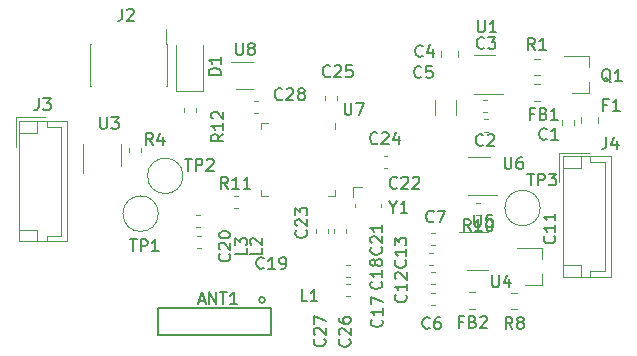
<source format=gbr>
G04 #@! TF.GenerationSoftware,KiCad,Pcbnew,5.1.4-3.fc30*
G04 #@! TF.CreationDate,2019-11-13T22:00:14+01:00*
G04 #@! TF.ProjectId,dpf_ressure_dumper,6470665f-7265-4737-9375-72655f64756d,rev?*
G04 #@! TF.SameCoordinates,Original*
G04 #@! TF.FileFunction,Legend,Top*
G04 #@! TF.FilePolarity,Positive*
%FSLAX46Y46*%
G04 Gerber Fmt 4.6, Leading zero omitted, Abs format (unit mm)*
G04 Created by KiCad (PCBNEW 5.1.4-3.fc30) date 2019-11-13 22:00:14*
%MOMM*%
%LPD*%
G04 APERTURE LIST*
%ADD10C,0.120000*%
%ADD11C,0.160000*%
%ADD12C,0.150000*%
G04 APERTURE END LIST*
D10*
X186227501Y-141988000D02*
X186553059Y-141988000D01*
X186227501Y-140968000D02*
X186553059Y-140968000D01*
X186212261Y-140179520D02*
X186537819Y-140179520D01*
X186212261Y-139159520D02*
X186537819Y-139159520D01*
X189596800Y-128515600D02*
X190996800Y-128515600D01*
X190996800Y-126195600D02*
X189096800Y-126195600D01*
X210881800Y-140630000D02*
X208431800Y-140630000D01*
X209081800Y-143850000D02*
X210881800Y-143850000D01*
X197928000Y-137053000D02*
X197928000Y-137603000D01*
X197928000Y-137603000D02*
X197378000Y-137603000D01*
X191708000Y-131933000D02*
X191708000Y-131383000D01*
X191708000Y-131383000D02*
X192258000Y-131383000D01*
X191708000Y-137053000D02*
X191708000Y-137603000D01*
X191708000Y-137603000D02*
X192258000Y-137603000D01*
X197928000Y-131933000D02*
X197928000Y-131383000D01*
D11*
X192531800Y-147071700D02*
X192531800Y-149371700D01*
X192531800Y-149371700D02*
X182981800Y-149371700D01*
X182981800Y-149371700D02*
X182981800Y-147071700D01*
X182981800Y-147071700D02*
X192531800Y-147071700D01*
X192005800Y-146364700D02*
G75*
G03X192005800Y-146364700I-250000J0D01*
G01*
D10*
X217117200Y-131172133D02*
X217117200Y-131514667D01*
X218137200Y-131172133D02*
X218137200Y-131514667D01*
X210906579Y-132107400D02*
X210581021Y-132107400D01*
X210906579Y-131087400D02*
X210581021Y-131087400D01*
X210788067Y-129436400D02*
X210445533Y-129436400D01*
X210788067Y-130456400D02*
X210445533Y-130456400D01*
X206909600Y-125785378D02*
X206909600Y-125268222D01*
X208329600Y-125785378D02*
X208329600Y-125268222D01*
X208224800Y-129471336D02*
X208224800Y-130675464D01*
X206404800Y-129471336D02*
X206404800Y-130675464D01*
X206410779Y-145743200D02*
X206085221Y-145743200D01*
X206410779Y-146763200D02*
X206085221Y-146763200D01*
X206410779Y-141683200D02*
X206085221Y-141683200D01*
X206410779Y-140663200D02*
X206085221Y-140663200D01*
X206385379Y-144016000D02*
X206059821Y-144016000D01*
X206385379Y-145036000D02*
X206059821Y-145036000D01*
X206241467Y-143385000D02*
X205898933Y-143385000D01*
X206241467Y-142365000D02*
X205898933Y-142365000D01*
X198846221Y-145006600D02*
X199171779Y-145006600D01*
X198846221Y-146026600D02*
X199171779Y-146026600D01*
X198871621Y-144401000D02*
X199197179Y-144401000D01*
X198871621Y-143381000D02*
X199197179Y-143381000D01*
X202046621Y-135206200D02*
X202372179Y-135206200D01*
X202046621Y-134186200D02*
X202372179Y-134186200D01*
X198122000Y-129123221D02*
X198122000Y-129448779D01*
X197102000Y-129123221D02*
X197102000Y-129448779D01*
X197889400Y-140726379D02*
X197889400Y-140400821D01*
X198909400Y-140726379D02*
X198909400Y-140400821D01*
X196365400Y-140726379D02*
X196365400Y-140400821D01*
X197385400Y-140726379D02*
X197385400Y-140400821D01*
X184513600Y-124790400D02*
X184513600Y-128675400D01*
X184513600Y-128675400D02*
X186783600Y-128675400D01*
X186783600Y-128675400D02*
X186783600Y-124790400D01*
X220191400Y-130853548D02*
X220191400Y-131376052D01*
X218771400Y-130853548D02*
X218771400Y-131376052D01*
X214777822Y-128118800D02*
X215294978Y-128118800D01*
X214777822Y-129538800D02*
X215294978Y-129538800D01*
X209833978Y-145721000D02*
X209316822Y-145721000D01*
X209833978Y-147141000D02*
X209316822Y-147141000D01*
X183702000Y-124727000D02*
X183702000Y-128257000D01*
X177232000Y-124727000D02*
X177232000Y-128257000D01*
X183637000Y-123402000D02*
X183637000Y-124727000D01*
X183702000Y-124727000D02*
X183637000Y-124727000D01*
X183702000Y-128257000D02*
X183637000Y-128257000D01*
X177297000Y-124727000D02*
X177232000Y-124727000D01*
X177297000Y-128257000D02*
X177232000Y-128257000D01*
X175242800Y-131197200D02*
X171222800Y-131197200D01*
X171222800Y-131197200D02*
X171222800Y-141417200D01*
X171222800Y-141417200D02*
X175242800Y-141417200D01*
X175242800Y-141417200D02*
X175242800Y-131197200D01*
X173532800Y-131197200D02*
X173532800Y-131697200D01*
X173532800Y-131697200D02*
X174742800Y-131697200D01*
X174742800Y-131697200D02*
X174742800Y-140917200D01*
X174742800Y-140917200D02*
X173532800Y-140917200D01*
X173532800Y-140917200D02*
X173532800Y-141417200D01*
X172722800Y-131197200D02*
X172722800Y-132197200D01*
X172722800Y-132197200D02*
X171222800Y-132197200D01*
X172722800Y-141417200D02*
X172722800Y-140417200D01*
X172722800Y-140417200D02*
X171222800Y-140417200D01*
X173422800Y-130897200D02*
X170922800Y-130897200D01*
X170922800Y-130897200D02*
X170922800Y-133397200D01*
X216947600Y-133919800D02*
X216947600Y-136419800D01*
X219447600Y-133919800D02*
X216947600Y-133919800D01*
X218747600Y-143439800D02*
X217247600Y-143439800D01*
X218747600Y-144439800D02*
X218747600Y-143439800D01*
X218747600Y-135219800D02*
X217247600Y-135219800D01*
X218747600Y-134219800D02*
X218747600Y-135219800D01*
X219557600Y-143939800D02*
X219557600Y-144439800D01*
X220767600Y-143939800D02*
X219557600Y-143939800D01*
X220767600Y-134719800D02*
X220767600Y-143939800D01*
X219557600Y-134719800D02*
X220767600Y-134719800D01*
X219557600Y-134219800D02*
X219557600Y-134719800D01*
X221267600Y-144439800D02*
X221267600Y-134219800D01*
X217247600Y-144439800D02*
X221267600Y-144439800D01*
X217247600Y-134219800D02*
X217247600Y-144439800D01*
X221267600Y-134219800D02*
X217247600Y-134219800D01*
X219479400Y-128859400D02*
X218019400Y-128859400D01*
X219479400Y-125699400D02*
X217319400Y-125699400D01*
X219479400Y-125699400D02*
X219479400Y-126629400D01*
X219479400Y-128859400D02*
X219479400Y-127929400D01*
X215269578Y-125934400D02*
X214752422Y-125934400D01*
X215269578Y-127354400D02*
X214752422Y-127354400D01*
X181510400Y-133492021D02*
X181510400Y-133817579D01*
X180490400Y-133492021D02*
X180490400Y-133817579D01*
X213389978Y-145746400D02*
X212872822Y-145746400D01*
X213389978Y-147166400D02*
X212872822Y-147166400D01*
X210220779Y-139168600D02*
X209895221Y-139168600D01*
X210220779Y-138148600D02*
X209895221Y-138148600D01*
X189397421Y-138559000D02*
X189722979Y-138559000D01*
X189397421Y-137539000D02*
X189722979Y-137539000D01*
X185138600Y-130139221D02*
X185138600Y-130464779D01*
X186158600Y-130139221D02*
X186158600Y-130464779D01*
X182983000Y-139065000D02*
G75*
G03X182983000Y-139065000I-1500000J0D01*
G01*
X185065800Y-135864600D02*
G75*
G03X185065800Y-135864600I-1500000J0D01*
G01*
X215317200Y-138582400D02*
G75*
G03X215317200Y-138582400I-1500000J0D01*
G01*
X211516800Y-125669400D02*
X209716800Y-125669400D01*
X209716800Y-128889400D02*
X212166800Y-128889400D01*
X176596400Y-133186600D02*
X176596400Y-135636600D01*
X179816400Y-134986600D02*
X179816400Y-133186600D01*
X215491600Y-145115400D02*
X215491600Y-144185400D01*
X215491600Y-141955400D02*
X215491600Y-142885400D01*
X215491600Y-141955400D02*
X213331600Y-141955400D01*
X215491600Y-145115400D02*
X214031600Y-145115400D01*
X211034200Y-134254600D02*
X209234200Y-134254600D01*
X209234200Y-137474600D02*
X211684200Y-137474600D01*
X199471600Y-137629200D02*
X199471600Y-136839200D01*
X199651600Y-138269200D02*
X199651600Y-138489200D01*
X201871600Y-138269200D02*
X201871600Y-138489200D01*
X200261600Y-136839200D02*
X199471600Y-136839200D01*
X191099221Y-129538000D02*
X191424779Y-129538000D01*
X191099221Y-130558000D02*
X191424779Y-130558000D01*
D12*
X189565375Y-124618500D02*
X189565375Y-125428024D01*
X189612994Y-125523262D01*
X189660613Y-125570881D01*
X189755851Y-125618500D01*
X189946327Y-125618500D01*
X190041565Y-125570881D01*
X190089184Y-125523262D01*
X190136803Y-125428024D01*
X190136803Y-124618500D01*
X190755851Y-125047072D02*
X190660613Y-124999453D01*
X190612994Y-124951834D01*
X190565375Y-124856596D01*
X190565375Y-124808977D01*
X190612994Y-124713739D01*
X190660613Y-124666120D01*
X190755851Y-124618500D01*
X190946327Y-124618500D01*
X191041565Y-124666120D01*
X191089184Y-124713739D01*
X191136803Y-124808977D01*
X191136803Y-124856596D01*
X191089184Y-124951834D01*
X191041565Y-124999453D01*
X190946327Y-125047072D01*
X190755851Y-125047072D01*
X190660613Y-125094691D01*
X190612994Y-125142310D01*
X190565375Y-125237548D01*
X190565375Y-125428024D01*
X190612994Y-125523262D01*
X190660613Y-125570881D01*
X190755851Y-125618500D01*
X190946327Y-125618500D01*
X191041565Y-125570881D01*
X191089184Y-125523262D01*
X191136803Y-125428024D01*
X191136803Y-125237548D01*
X191089184Y-125142310D01*
X191041565Y-125094691D01*
X190946327Y-125047072D01*
X209727895Y-139152380D02*
X209727895Y-139961904D01*
X209775514Y-140057142D01*
X209823133Y-140104761D01*
X209918371Y-140152380D01*
X210108847Y-140152380D01*
X210204085Y-140104761D01*
X210251704Y-140057142D01*
X210299323Y-139961904D01*
X210299323Y-139152380D01*
X211251704Y-139152380D02*
X210775514Y-139152380D01*
X210727895Y-139628571D01*
X210775514Y-139580952D01*
X210870752Y-139533333D01*
X211108847Y-139533333D01*
X211204085Y-139580952D01*
X211251704Y-139628571D01*
X211299323Y-139723809D01*
X211299323Y-139961904D01*
X211251704Y-140057142D01*
X211204085Y-140104761D01*
X211108847Y-140152380D01*
X210870752Y-140152380D01*
X210775514Y-140104761D01*
X210727895Y-140057142D01*
X198760175Y-129713740D02*
X198760175Y-130523264D01*
X198807794Y-130618502D01*
X198855413Y-130666121D01*
X198950651Y-130713740D01*
X199141127Y-130713740D01*
X199236365Y-130666121D01*
X199283984Y-130618502D01*
X199331603Y-130523264D01*
X199331603Y-129713740D01*
X199712556Y-129713740D02*
X200379222Y-129713740D01*
X199950651Y-130713740D01*
X186404452Y-146432566D02*
X186880642Y-146432566D01*
X186309214Y-146718280D02*
X186642547Y-145718280D01*
X186975880Y-146718280D01*
X187309214Y-146718280D02*
X187309214Y-145718280D01*
X187880642Y-146718280D01*
X187880642Y-145718280D01*
X188213976Y-145718280D02*
X188785404Y-145718280D01*
X188499690Y-146718280D02*
X188499690Y-145718280D01*
X189642547Y-146718280D02*
X189071119Y-146718280D01*
X189356833Y-146718280D02*
X189356833Y-145718280D01*
X189261595Y-145861138D01*
X189166357Y-145956376D01*
X189071119Y-146003995D01*
X215860333Y-132716542D02*
X215812714Y-132764161D01*
X215669857Y-132811780D01*
X215574619Y-132811780D01*
X215431761Y-132764161D01*
X215336523Y-132668923D01*
X215288904Y-132573685D01*
X215241285Y-132383209D01*
X215241285Y-132240352D01*
X215288904Y-132049876D01*
X215336523Y-131954638D01*
X215431761Y-131859400D01*
X215574619Y-131811780D01*
X215669857Y-131811780D01*
X215812714Y-131859400D01*
X215860333Y-131907019D01*
X216812714Y-132811780D02*
X216241285Y-132811780D01*
X216527000Y-132811780D02*
X216527000Y-131811780D01*
X216431761Y-131954638D01*
X216336523Y-132049876D01*
X216241285Y-132097495D01*
X210475533Y-133239782D02*
X210427914Y-133287401D01*
X210285057Y-133335020D01*
X210189819Y-133335020D01*
X210046961Y-133287401D01*
X209951723Y-133192163D01*
X209904104Y-133096925D01*
X209856485Y-132906449D01*
X209856485Y-132763592D01*
X209904104Y-132573116D01*
X209951723Y-132477878D01*
X210046961Y-132382640D01*
X210189819Y-132335020D01*
X210285057Y-132335020D01*
X210427914Y-132382640D01*
X210475533Y-132430259D01*
X210856485Y-132430259D02*
X210904104Y-132382640D01*
X210999342Y-132335020D01*
X211237438Y-132335020D01*
X211332676Y-132382640D01*
X211380295Y-132430259D01*
X211427914Y-132525497D01*
X211427914Y-132620735D01*
X211380295Y-132763592D01*
X210808866Y-133335020D01*
X211427914Y-133335020D01*
X210572053Y-125020342D02*
X210524434Y-125067961D01*
X210381577Y-125115580D01*
X210286339Y-125115580D01*
X210143481Y-125067961D01*
X210048243Y-124972723D01*
X210000624Y-124877485D01*
X209953005Y-124687009D01*
X209953005Y-124544152D01*
X210000624Y-124353676D01*
X210048243Y-124258438D01*
X210143481Y-124163200D01*
X210286339Y-124115580D01*
X210381577Y-124115580D01*
X210524434Y-124163200D01*
X210572053Y-124210819D01*
X210905386Y-124115580D02*
X211524434Y-124115580D01*
X211191100Y-124496533D01*
X211333958Y-124496533D01*
X211429196Y-124544152D01*
X211476815Y-124591771D01*
X211524434Y-124687009D01*
X211524434Y-124925104D01*
X211476815Y-125020342D01*
X211429196Y-125067961D01*
X211333958Y-125115580D01*
X211048243Y-125115580D01*
X210953005Y-125067961D01*
X210905386Y-125020342D01*
X205359973Y-125685822D02*
X205312354Y-125733441D01*
X205169497Y-125781060D01*
X205074259Y-125781060D01*
X204931401Y-125733441D01*
X204836163Y-125638203D01*
X204788544Y-125542965D01*
X204740925Y-125352489D01*
X204740925Y-125209632D01*
X204788544Y-125019156D01*
X204836163Y-124923918D01*
X204931401Y-124828680D01*
X205074259Y-124781060D01*
X205169497Y-124781060D01*
X205312354Y-124828680D01*
X205359973Y-124876299D01*
X206217116Y-125114394D02*
X206217116Y-125781060D01*
X205979020Y-124733441D02*
X205740925Y-125447727D01*
X206359973Y-125447727D01*
X205248213Y-127484142D02*
X205200594Y-127531761D01*
X205057737Y-127579380D01*
X204962499Y-127579380D01*
X204819641Y-127531761D01*
X204724403Y-127436523D01*
X204676784Y-127341285D01*
X204629165Y-127150809D01*
X204629165Y-127007952D01*
X204676784Y-126817476D01*
X204724403Y-126722238D01*
X204819641Y-126627000D01*
X204962499Y-126579380D01*
X205057737Y-126579380D01*
X205200594Y-126627000D01*
X205248213Y-126674619D01*
X206152975Y-126579380D02*
X205676784Y-126579380D01*
X205629165Y-127055571D01*
X205676784Y-127007952D01*
X205772022Y-126960333D01*
X206010118Y-126960333D01*
X206105356Y-127007952D01*
X206152975Y-127055571D01*
X206200594Y-127150809D01*
X206200594Y-127388904D01*
X206152975Y-127484142D01*
X206105356Y-127531761D01*
X206010118Y-127579380D01*
X205772022Y-127579380D01*
X205676784Y-127531761D01*
X205629165Y-127484142D01*
X205959413Y-148718542D02*
X205911794Y-148766161D01*
X205768937Y-148813780D01*
X205673699Y-148813780D01*
X205530841Y-148766161D01*
X205435603Y-148670923D01*
X205387984Y-148575685D01*
X205340365Y-148385209D01*
X205340365Y-148242352D01*
X205387984Y-148051876D01*
X205435603Y-147956638D01*
X205530841Y-147861400D01*
X205673699Y-147813780D01*
X205768937Y-147813780D01*
X205911794Y-147861400D01*
X205959413Y-147909019D01*
X206816556Y-147813780D02*
X206626080Y-147813780D01*
X206530841Y-147861400D01*
X206483222Y-147909019D01*
X206387984Y-148051876D01*
X206340365Y-148242352D01*
X206340365Y-148623304D01*
X206387984Y-148718542D01*
X206435603Y-148766161D01*
X206530841Y-148813780D01*
X206721318Y-148813780D01*
X206816556Y-148766161D01*
X206864175Y-148718542D01*
X206911794Y-148623304D01*
X206911794Y-148385209D01*
X206864175Y-148289971D01*
X206816556Y-148242352D01*
X206721318Y-148194733D01*
X206530841Y-148194733D01*
X206435603Y-148242352D01*
X206387984Y-148289971D01*
X206340365Y-148385209D01*
X206289613Y-139701542D02*
X206241994Y-139749161D01*
X206099137Y-139796780D01*
X206003899Y-139796780D01*
X205861041Y-139749161D01*
X205765803Y-139653923D01*
X205718184Y-139558685D01*
X205670565Y-139368209D01*
X205670565Y-139225352D01*
X205718184Y-139034876D01*
X205765803Y-138939638D01*
X205861041Y-138844400D01*
X206003899Y-138796780D01*
X206099137Y-138796780D01*
X206241994Y-138844400D01*
X206289613Y-138892019D01*
X206622946Y-138796780D02*
X207289613Y-138796780D01*
X206861041Y-139796780D01*
X216500982Y-140957537D02*
X216548601Y-141005156D01*
X216596220Y-141148013D01*
X216596220Y-141243251D01*
X216548601Y-141386108D01*
X216453363Y-141481346D01*
X216358125Y-141528965D01*
X216167649Y-141576584D01*
X216024792Y-141576584D01*
X215834316Y-141528965D01*
X215739078Y-141481346D01*
X215643840Y-141386108D01*
X215596220Y-141243251D01*
X215596220Y-141148013D01*
X215643840Y-141005156D01*
X215691459Y-140957537D01*
X216596220Y-140005156D02*
X216596220Y-140576584D01*
X216596220Y-140290870D02*
X215596220Y-140290870D01*
X215739078Y-140386108D01*
X215834316Y-140481346D01*
X215881935Y-140576584D01*
X216596220Y-139052775D02*
X216596220Y-139624203D01*
X216596220Y-139338489D02*
X215596220Y-139338489D01*
X215739078Y-139433727D01*
X215834316Y-139528965D01*
X215881935Y-139624203D01*
X203912742Y-145930857D02*
X203960361Y-145978476D01*
X204007980Y-146121333D01*
X204007980Y-146216571D01*
X203960361Y-146359428D01*
X203865123Y-146454666D01*
X203769885Y-146502285D01*
X203579409Y-146549904D01*
X203436552Y-146549904D01*
X203246076Y-146502285D01*
X203150838Y-146454666D01*
X203055600Y-146359428D01*
X203007980Y-146216571D01*
X203007980Y-146121333D01*
X203055600Y-145978476D01*
X203103219Y-145930857D01*
X204007980Y-144978476D02*
X204007980Y-145549904D01*
X204007980Y-145264190D02*
X203007980Y-145264190D01*
X203150838Y-145359428D01*
X203246076Y-145454666D01*
X203293695Y-145549904D01*
X203103219Y-144597523D02*
X203055600Y-144549904D01*
X203007980Y-144454666D01*
X203007980Y-144216571D01*
X203055600Y-144121333D01*
X203103219Y-144073714D01*
X203198457Y-144026095D01*
X203293695Y-144026095D01*
X203436552Y-144073714D01*
X204007980Y-144645142D01*
X204007980Y-144026095D01*
X203887342Y-143009857D02*
X203934961Y-143057476D01*
X203982580Y-143200333D01*
X203982580Y-143295571D01*
X203934961Y-143438428D01*
X203839723Y-143533666D01*
X203744485Y-143581285D01*
X203554009Y-143628904D01*
X203411152Y-143628904D01*
X203220676Y-143581285D01*
X203125438Y-143533666D01*
X203030200Y-143438428D01*
X202982580Y-143295571D01*
X202982580Y-143200333D01*
X203030200Y-143057476D01*
X203077819Y-143009857D01*
X203982580Y-142057476D02*
X203982580Y-142628904D01*
X203982580Y-142343190D02*
X202982580Y-142343190D01*
X203125438Y-142438428D01*
X203220676Y-142533666D01*
X203268295Y-142628904D01*
X202982580Y-141724142D02*
X202982580Y-141105095D01*
X203363533Y-141438428D01*
X203363533Y-141295571D01*
X203411152Y-141200333D01*
X203458771Y-141152714D01*
X203554009Y-141105095D01*
X203792104Y-141105095D01*
X203887342Y-141152714D01*
X203934961Y-141200333D01*
X203982580Y-141295571D01*
X203982580Y-141581285D01*
X203934961Y-141676523D01*
X203887342Y-141724142D01*
X201880742Y-148033977D02*
X201928361Y-148081596D01*
X201975980Y-148224453D01*
X201975980Y-148319691D01*
X201928361Y-148462548D01*
X201833123Y-148557786D01*
X201737885Y-148605405D01*
X201547409Y-148653024D01*
X201404552Y-148653024D01*
X201214076Y-148605405D01*
X201118838Y-148557786D01*
X201023600Y-148462548D01*
X200975980Y-148319691D01*
X200975980Y-148224453D01*
X201023600Y-148081596D01*
X201071219Y-148033977D01*
X201975980Y-147081596D02*
X201975980Y-147653024D01*
X201975980Y-147367310D02*
X200975980Y-147367310D01*
X201118838Y-147462548D01*
X201214076Y-147557786D01*
X201261695Y-147653024D01*
X200975980Y-146748262D02*
X200975980Y-146081596D01*
X201975980Y-146510167D01*
X201840102Y-144813257D02*
X201887721Y-144860876D01*
X201935340Y-145003733D01*
X201935340Y-145098971D01*
X201887721Y-145241828D01*
X201792483Y-145337066D01*
X201697245Y-145384685D01*
X201506769Y-145432304D01*
X201363912Y-145432304D01*
X201173436Y-145384685D01*
X201078198Y-145337066D01*
X200982960Y-145241828D01*
X200935340Y-145098971D01*
X200935340Y-145003733D01*
X200982960Y-144860876D01*
X201030579Y-144813257D01*
X201935340Y-143860876D02*
X201935340Y-144432304D01*
X201935340Y-144146590D02*
X200935340Y-144146590D01*
X201078198Y-144241828D01*
X201173436Y-144337066D01*
X201221055Y-144432304D01*
X201363912Y-143289447D02*
X201316293Y-143384685D01*
X201268674Y-143432304D01*
X201173436Y-143479923D01*
X201125817Y-143479923D01*
X201030579Y-143432304D01*
X200982960Y-143384685D01*
X200935340Y-143289447D01*
X200935340Y-143098971D01*
X200982960Y-143003733D01*
X201030579Y-142956114D01*
X201125817Y-142908495D01*
X201173436Y-142908495D01*
X201268674Y-142956114D01*
X201316293Y-143003733D01*
X201363912Y-143098971D01*
X201363912Y-143289447D01*
X201411531Y-143384685D01*
X201459150Y-143432304D01*
X201554388Y-143479923D01*
X201744864Y-143479923D01*
X201840102Y-143432304D01*
X201887721Y-143384685D01*
X201935340Y-143289447D01*
X201935340Y-143098971D01*
X201887721Y-143003733D01*
X201840102Y-142956114D01*
X201744864Y-142908495D01*
X201554388Y-142908495D01*
X201459150Y-142956114D01*
X201411531Y-143003733D01*
X201363912Y-143098971D01*
X191904382Y-143648702D02*
X191856763Y-143696321D01*
X191713906Y-143743940D01*
X191618668Y-143743940D01*
X191475811Y-143696321D01*
X191380573Y-143601083D01*
X191332954Y-143505845D01*
X191285335Y-143315369D01*
X191285335Y-143172512D01*
X191332954Y-142982036D01*
X191380573Y-142886798D01*
X191475811Y-142791560D01*
X191618668Y-142743940D01*
X191713906Y-142743940D01*
X191856763Y-142791560D01*
X191904382Y-142839179D01*
X192856763Y-143743940D02*
X192285335Y-143743940D01*
X192571049Y-143743940D02*
X192571049Y-142743940D01*
X192475811Y-142886798D01*
X192380573Y-142982036D01*
X192285335Y-143029655D01*
X193332954Y-143743940D02*
X193523430Y-143743940D01*
X193618668Y-143696321D01*
X193666287Y-143648702D01*
X193761525Y-143505845D01*
X193809144Y-143315369D01*
X193809144Y-142934417D01*
X193761525Y-142839179D01*
X193713906Y-142791560D01*
X193618668Y-142743940D01*
X193428192Y-142743940D01*
X193332954Y-142791560D01*
X193285335Y-142839179D01*
X193237716Y-142934417D01*
X193237716Y-143172512D01*
X193285335Y-143267750D01*
X193332954Y-143315369D01*
X193428192Y-143362988D01*
X193618668Y-143362988D01*
X193713906Y-143315369D01*
X193761525Y-143267750D01*
X193809144Y-143172512D01*
X188992782Y-142471377D02*
X189040401Y-142518996D01*
X189088020Y-142661853D01*
X189088020Y-142757091D01*
X189040401Y-142899948D01*
X188945163Y-142995186D01*
X188849925Y-143042805D01*
X188659449Y-143090424D01*
X188516592Y-143090424D01*
X188326116Y-143042805D01*
X188230878Y-142995186D01*
X188135640Y-142899948D01*
X188088020Y-142757091D01*
X188088020Y-142661853D01*
X188135640Y-142518996D01*
X188183259Y-142471377D01*
X188183259Y-142090424D02*
X188135640Y-142042805D01*
X188088020Y-141947567D01*
X188088020Y-141709472D01*
X188135640Y-141614234D01*
X188183259Y-141566615D01*
X188278497Y-141518996D01*
X188373735Y-141518996D01*
X188516592Y-141566615D01*
X189088020Y-142138043D01*
X189088020Y-141518996D01*
X188088020Y-140899948D02*
X188088020Y-140804710D01*
X188135640Y-140709472D01*
X188183259Y-140661853D01*
X188278497Y-140614234D01*
X188468973Y-140566615D01*
X188707068Y-140566615D01*
X188897544Y-140614234D01*
X188992782Y-140661853D01*
X189040401Y-140709472D01*
X189088020Y-140804710D01*
X189088020Y-140899948D01*
X189040401Y-140995186D01*
X188992782Y-141042805D01*
X188897544Y-141090424D01*
X188707068Y-141138043D01*
X188468973Y-141138043D01*
X188278497Y-141090424D01*
X188183259Y-141042805D01*
X188135640Y-140995186D01*
X188088020Y-140899948D01*
X201850262Y-141907497D02*
X201897881Y-141955116D01*
X201945500Y-142097973D01*
X201945500Y-142193211D01*
X201897881Y-142336068D01*
X201802643Y-142431306D01*
X201707405Y-142478925D01*
X201516929Y-142526544D01*
X201374072Y-142526544D01*
X201183596Y-142478925D01*
X201088358Y-142431306D01*
X200993120Y-142336068D01*
X200945500Y-142193211D01*
X200945500Y-142097973D01*
X200993120Y-141955116D01*
X201040739Y-141907497D01*
X201040739Y-141526544D02*
X200993120Y-141478925D01*
X200945500Y-141383687D01*
X200945500Y-141145592D01*
X200993120Y-141050354D01*
X201040739Y-141002735D01*
X201135977Y-140955116D01*
X201231215Y-140955116D01*
X201374072Y-141002735D01*
X201945500Y-141574163D01*
X201945500Y-140955116D01*
X201945500Y-140002735D02*
X201945500Y-140574163D01*
X201945500Y-140288449D02*
X200945500Y-140288449D01*
X201088358Y-140383687D01*
X201183596Y-140478925D01*
X201231215Y-140574163D01*
X203176902Y-136851662D02*
X203129283Y-136899281D01*
X202986426Y-136946900D01*
X202891188Y-136946900D01*
X202748331Y-136899281D01*
X202653093Y-136804043D01*
X202605474Y-136708805D01*
X202557855Y-136518329D01*
X202557855Y-136375472D01*
X202605474Y-136184996D01*
X202653093Y-136089758D01*
X202748331Y-135994520D01*
X202891188Y-135946900D01*
X202986426Y-135946900D01*
X203129283Y-135994520D01*
X203176902Y-136042139D01*
X203557855Y-136042139D02*
X203605474Y-135994520D01*
X203700712Y-135946900D01*
X203938807Y-135946900D01*
X204034045Y-135994520D01*
X204081664Y-136042139D01*
X204129283Y-136137377D01*
X204129283Y-136232615D01*
X204081664Y-136375472D01*
X203510236Y-136946900D01*
X204129283Y-136946900D01*
X204510236Y-136042139D02*
X204557855Y-135994520D01*
X204653093Y-135946900D01*
X204891188Y-135946900D01*
X204986426Y-135994520D01*
X205034045Y-136042139D01*
X205081664Y-136137377D01*
X205081664Y-136232615D01*
X205034045Y-136375472D01*
X204462617Y-136946900D01*
X205081664Y-136946900D01*
X195490102Y-140474937D02*
X195537721Y-140522556D01*
X195585340Y-140665413D01*
X195585340Y-140760651D01*
X195537721Y-140903508D01*
X195442483Y-140998746D01*
X195347245Y-141046365D01*
X195156769Y-141093984D01*
X195013912Y-141093984D01*
X194823436Y-141046365D01*
X194728198Y-140998746D01*
X194632960Y-140903508D01*
X194585340Y-140760651D01*
X194585340Y-140665413D01*
X194632960Y-140522556D01*
X194680579Y-140474937D01*
X194680579Y-140093984D02*
X194632960Y-140046365D01*
X194585340Y-139951127D01*
X194585340Y-139713032D01*
X194632960Y-139617794D01*
X194680579Y-139570175D01*
X194775817Y-139522556D01*
X194871055Y-139522556D01*
X195013912Y-139570175D01*
X195585340Y-140141603D01*
X195585340Y-139522556D01*
X194585340Y-139189222D02*
X194585340Y-138570175D01*
X194966293Y-138903508D01*
X194966293Y-138760651D01*
X195013912Y-138665413D01*
X195061531Y-138617794D01*
X195156769Y-138570175D01*
X195394864Y-138570175D01*
X195490102Y-138617794D01*
X195537721Y-138665413D01*
X195585340Y-138760651D01*
X195585340Y-139046365D01*
X195537721Y-139141603D01*
X195490102Y-139189222D01*
X201525902Y-133082302D02*
X201478283Y-133129921D01*
X201335426Y-133177540D01*
X201240188Y-133177540D01*
X201097331Y-133129921D01*
X201002093Y-133034683D01*
X200954474Y-132939445D01*
X200906855Y-132748969D01*
X200906855Y-132606112D01*
X200954474Y-132415636D01*
X201002093Y-132320398D01*
X201097331Y-132225160D01*
X201240188Y-132177540D01*
X201335426Y-132177540D01*
X201478283Y-132225160D01*
X201525902Y-132272779D01*
X201906855Y-132272779D02*
X201954474Y-132225160D01*
X202049712Y-132177540D01*
X202287807Y-132177540D01*
X202383045Y-132225160D01*
X202430664Y-132272779D01*
X202478283Y-132368017D01*
X202478283Y-132463255D01*
X202430664Y-132606112D01*
X201859236Y-133177540D01*
X202478283Y-133177540D01*
X203335426Y-132510874D02*
X203335426Y-133177540D01*
X203097331Y-132129921D02*
X202859236Y-132844207D01*
X203478283Y-132844207D01*
X197522862Y-127407942D02*
X197475243Y-127455561D01*
X197332386Y-127503180D01*
X197237148Y-127503180D01*
X197094291Y-127455561D01*
X196999053Y-127360323D01*
X196951434Y-127265085D01*
X196903815Y-127074609D01*
X196903815Y-126931752D01*
X196951434Y-126741276D01*
X196999053Y-126646038D01*
X197094291Y-126550800D01*
X197237148Y-126503180D01*
X197332386Y-126503180D01*
X197475243Y-126550800D01*
X197522862Y-126598419D01*
X197903815Y-126598419D02*
X197951434Y-126550800D01*
X198046672Y-126503180D01*
X198284767Y-126503180D01*
X198380005Y-126550800D01*
X198427624Y-126598419D01*
X198475243Y-126693657D01*
X198475243Y-126788895D01*
X198427624Y-126931752D01*
X197856196Y-127503180D01*
X198475243Y-127503180D01*
X199380005Y-126503180D02*
X198903815Y-126503180D01*
X198856196Y-126979371D01*
X198903815Y-126931752D01*
X198999053Y-126884133D01*
X199237148Y-126884133D01*
X199332386Y-126931752D01*
X199380005Y-126979371D01*
X199427624Y-127074609D01*
X199427624Y-127312704D01*
X199380005Y-127407942D01*
X199332386Y-127455561D01*
X199237148Y-127503180D01*
X198999053Y-127503180D01*
X198903815Y-127455561D01*
X198856196Y-127407942D01*
X199157862Y-149700217D02*
X199205481Y-149747836D01*
X199253100Y-149890693D01*
X199253100Y-149985931D01*
X199205481Y-150128788D01*
X199110243Y-150224026D01*
X199015005Y-150271645D01*
X198824529Y-150319264D01*
X198681672Y-150319264D01*
X198491196Y-150271645D01*
X198395958Y-150224026D01*
X198300720Y-150128788D01*
X198253100Y-149985931D01*
X198253100Y-149890693D01*
X198300720Y-149747836D01*
X198348339Y-149700217D01*
X198348339Y-149319264D02*
X198300720Y-149271645D01*
X198253100Y-149176407D01*
X198253100Y-148938312D01*
X198300720Y-148843074D01*
X198348339Y-148795455D01*
X198443577Y-148747836D01*
X198538815Y-148747836D01*
X198681672Y-148795455D01*
X199253100Y-149366883D01*
X199253100Y-148747836D01*
X198253100Y-147890693D02*
X198253100Y-148081169D01*
X198300720Y-148176407D01*
X198348339Y-148224026D01*
X198491196Y-148319264D01*
X198681672Y-148366883D01*
X199062624Y-148366883D01*
X199157862Y-148319264D01*
X199205481Y-148271645D01*
X199253100Y-148176407D01*
X199253100Y-147985931D01*
X199205481Y-147890693D01*
X199157862Y-147843074D01*
X199062624Y-147795455D01*
X198824529Y-147795455D01*
X198729291Y-147843074D01*
X198681672Y-147890693D01*
X198634053Y-147985931D01*
X198634053Y-148176407D01*
X198681672Y-148271645D01*
X198729291Y-148319264D01*
X198824529Y-148366883D01*
X197049662Y-149679897D02*
X197097281Y-149727516D01*
X197144900Y-149870373D01*
X197144900Y-149965611D01*
X197097281Y-150108468D01*
X197002043Y-150203706D01*
X196906805Y-150251325D01*
X196716329Y-150298944D01*
X196573472Y-150298944D01*
X196382996Y-150251325D01*
X196287758Y-150203706D01*
X196192520Y-150108468D01*
X196144900Y-149965611D01*
X196144900Y-149870373D01*
X196192520Y-149727516D01*
X196240139Y-149679897D01*
X196240139Y-149298944D02*
X196192520Y-149251325D01*
X196144900Y-149156087D01*
X196144900Y-148917992D01*
X196192520Y-148822754D01*
X196240139Y-148775135D01*
X196335377Y-148727516D01*
X196430615Y-148727516D01*
X196573472Y-148775135D01*
X197144900Y-149346563D01*
X197144900Y-148727516D01*
X196144900Y-148394182D02*
X196144900Y-147727516D01*
X197144900Y-148156087D01*
X188249820Y-127306295D02*
X187249820Y-127306295D01*
X187249820Y-127068200D01*
X187297440Y-126925342D01*
X187392678Y-126830104D01*
X187487916Y-126782485D01*
X187678392Y-126734866D01*
X187821249Y-126734866D01*
X188011725Y-126782485D01*
X188106963Y-126830104D01*
X188202201Y-126925342D01*
X188249820Y-127068200D01*
X188249820Y-127306295D01*
X188249820Y-125782485D02*
X188249820Y-126353914D01*
X188249820Y-126068200D02*
X187249820Y-126068200D01*
X187392678Y-126163438D01*
X187487916Y-126258676D01*
X187535535Y-126353914D01*
X221002266Y-129839411D02*
X220668933Y-129839411D01*
X220668933Y-130363220D02*
X220668933Y-129363220D01*
X221145123Y-129363220D01*
X222049885Y-130363220D02*
X221478457Y-130363220D01*
X221764171Y-130363220D02*
X221764171Y-129363220D01*
X221668933Y-129506078D01*
X221573695Y-129601316D01*
X221478457Y-129648935D01*
X214751706Y-130601411D02*
X214418373Y-130601411D01*
X214418373Y-131125220D02*
X214418373Y-130125220D01*
X214894563Y-130125220D01*
X215608849Y-130601411D02*
X215751706Y-130649030D01*
X215799325Y-130696649D01*
X215846944Y-130791887D01*
X215846944Y-130934744D01*
X215799325Y-131029982D01*
X215751706Y-131077601D01*
X215656468Y-131125220D01*
X215275516Y-131125220D01*
X215275516Y-130125220D01*
X215608849Y-130125220D01*
X215704087Y-130172840D01*
X215751706Y-130220459D01*
X215799325Y-130315697D01*
X215799325Y-130410935D01*
X215751706Y-130506173D01*
X215704087Y-130553792D01*
X215608849Y-130601411D01*
X215275516Y-130601411D01*
X216799325Y-131125220D02*
X216227897Y-131125220D01*
X216513611Y-131125220D02*
X216513611Y-130125220D01*
X216418373Y-130268078D01*
X216323135Y-130363316D01*
X216227897Y-130410935D01*
X208747146Y-148218851D02*
X208413813Y-148218851D01*
X208413813Y-148742660D02*
X208413813Y-147742660D01*
X208890003Y-147742660D01*
X209604289Y-148218851D02*
X209747146Y-148266470D01*
X209794765Y-148314089D01*
X209842384Y-148409327D01*
X209842384Y-148552184D01*
X209794765Y-148647422D01*
X209747146Y-148695041D01*
X209651908Y-148742660D01*
X209270956Y-148742660D01*
X209270956Y-147742660D01*
X209604289Y-147742660D01*
X209699527Y-147790280D01*
X209747146Y-147837899D01*
X209794765Y-147933137D01*
X209794765Y-148028375D01*
X209747146Y-148123613D01*
X209699527Y-148171232D01*
X209604289Y-148218851D01*
X209270956Y-148218851D01*
X210223337Y-147837899D02*
X210270956Y-147790280D01*
X210366194Y-147742660D01*
X210604289Y-147742660D01*
X210699527Y-147790280D01*
X210747146Y-147837899D01*
X210794765Y-147933137D01*
X210794765Y-148028375D01*
X210747146Y-148171232D01*
X210175718Y-148742660D01*
X210794765Y-148742660D01*
X179915226Y-121712740D02*
X179915226Y-122427026D01*
X179867607Y-122569883D01*
X179772369Y-122665121D01*
X179629512Y-122712740D01*
X179534274Y-122712740D01*
X180343798Y-121807979D02*
X180391417Y-121760360D01*
X180486655Y-121712740D01*
X180724750Y-121712740D01*
X180819988Y-121760360D01*
X180867607Y-121807979D01*
X180915226Y-121903217D01*
X180915226Y-121998455D01*
X180867607Y-122141312D01*
X180296179Y-122712740D01*
X180915226Y-122712740D01*
X172854026Y-129292100D02*
X172854026Y-130006386D01*
X172806407Y-130149243D01*
X172711169Y-130244481D01*
X172568312Y-130292100D01*
X172473074Y-130292100D01*
X173234979Y-129292100D02*
X173854026Y-129292100D01*
X173520693Y-129673053D01*
X173663550Y-129673053D01*
X173758788Y-129720672D01*
X173806407Y-129768291D01*
X173854026Y-129863529D01*
X173854026Y-130101624D01*
X173806407Y-130196862D01*
X173758788Y-130244481D01*
X173663550Y-130292100D01*
X173377836Y-130292100D01*
X173282598Y-130244481D01*
X173234979Y-130196862D01*
X220920986Y-132589020D02*
X220920986Y-133303306D01*
X220873367Y-133446163D01*
X220778129Y-133541401D01*
X220635272Y-133589020D01*
X220540034Y-133589020D01*
X221825748Y-132922354D02*
X221825748Y-133589020D01*
X221587653Y-132541401D02*
X221349558Y-133255687D01*
X221968605Y-133255687D01*
X195601293Y-146456660D02*
X195125102Y-146456660D01*
X195125102Y-145456660D01*
X196458436Y-146456660D02*
X195887007Y-146456660D01*
X196172721Y-146456660D02*
X196172721Y-145456660D01*
X196077483Y-145599518D01*
X195982245Y-145694756D01*
X195887007Y-145742375D01*
X191744860Y-141979946D02*
X191744860Y-142456137D01*
X190744860Y-142456137D01*
X190840099Y-141694232D02*
X190792480Y-141646613D01*
X190744860Y-141551375D01*
X190744860Y-141313280D01*
X190792480Y-141218041D01*
X190840099Y-141170422D01*
X190935337Y-141122803D01*
X191030575Y-141122803D01*
X191173432Y-141170422D01*
X191744860Y-141741851D01*
X191744860Y-141122803D01*
X190474860Y-141995186D02*
X190474860Y-142471377D01*
X189474860Y-142471377D01*
X189474860Y-141757091D02*
X189474860Y-141138043D01*
X189855813Y-141471377D01*
X189855813Y-141328520D01*
X189903432Y-141233281D01*
X189951051Y-141185662D01*
X190046289Y-141138043D01*
X190284384Y-141138043D01*
X190379622Y-141185662D01*
X190427241Y-141233281D01*
X190474860Y-141328520D01*
X190474860Y-141614234D01*
X190427241Y-141709472D01*
X190379622Y-141757091D01*
X221296241Y-127928619D02*
X221201003Y-127881000D01*
X221105765Y-127785761D01*
X220962908Y-127642904D01*
X220867670Y-127595285D01*
X220772432Y-127595285D01*
X220820051Y-127833380D02*
X220724813Y-127785761D01*
X220629575Y-127690523D01*
X220581956Y-127500047D01*
X220581956Y-127166714D01*
X220629575Y-126976238D01*
X220724813Y-126881000D01*
X220820051Y-126833380D01*
X221010527Y-126833380D01*
X221105765Y-126881000D01*
X221201003Y-126976238D01*
X221248622Y-127166714D01*
X221248622Y-127500047D01*
X221201003Y-127690523D01*
X221105765Y-127785761D01*
X221010527Y-127833380D01*
X220820051Y-127833380D01*
X222201003Y-127833380D02*
X221629575Y-127833380D01*
X221915289Y-127833380D02*
X221915289Y-126833380D01*
X221820051Y-126976238D01*
X221724813Y-127071476D01*
X221629575Y-127119095D01*
X214844333Y-125191780D02*
X214511000Y-124715590D01*
X214272904Y-125191780D02*
X214272904Y-124191780D01*
X214653857Y-124191780D01*
X214749095Y-124239400D01*
X214796714Y-124287019D01*
X214844333Y-124382257D01*
X214844333Y-124525114D01*
X214796714Y-124620352D01*
X214749095Y-124667971D01*
X214653857Y-124715590D01*
X214272904Y-124715590D01*
X215796714Y-125191780D02*
X215225285Y-125191780D01*
X215511000Y-125191780D02*
X215511000Y-124191780D01*
X215415761Y-124334638D01*
X215320523Y-124429876D01*
X215225285Y-124477495D01*
X182515213Y-133248660D02*
X182181880Y-132772470D01*
X181943784Y-133248660D02*
X181943784Y-132248660D01*
X182324737Y-132248660D01*
X182419975Y-132296280D01*
X182467594Y-132343899D01*
X182515213Y-132439137D01*
X182515213Y-132581994D01*
X182467594Y-132677232D01*
X182419975Y-132724851D01*
X182324737Y-132772470D01*
X181943784Y-132772470D01*
X183372356Y-132581994D02*
X183372356Y-133248660D01*
X183134260Y-132201041D02*
X182896165Y-132915327D01*
X183515213Y-132915327D01*
X212964733Y-148813780D02*
X212631400Y-148337590D01*
X212393304Y-148813780D02*
X212393304Y-147813780D01*
X212774257Y-147813780D01*
X212869495Y-147861400D01*
X212917114Y-147909019D01*
X212964733Y-148004257D01*
X212964733Y-148147114D01*
X212917114Y-148242352D01*
X212869495Y-148289971D01*
X212774257Y-148337590D01*
X212393304Y-148337590D01*
X213536161Y-148242352D02*
X213440923Y-148194733D01*
X213393304Y-148147114D01*
X213345685Y-148051876D01*
X213345685Y-148004257D01*
X213393304Y-147909019D01*
X213440923Y-147861400D01*
X213536161Y-147813780D01*
X213726638Y-147813780D01*
X213821876Y-147861400D01*
X213869495Y-147909019D01*
X213917114Y-148004257D01*
X213917114Y-148051876D01*
X213869495Y-148147114D01*
X213821876Y-148194733D01*
X213726638Y-148242352D01*
X213536161Y-148242352D01*
X213440923Y-148289971D01*
X213393304Y-148337590D01*
X213345685Y-148432828D01*
X213345685Y-148623304D01*
X213393304Y-148718542D01*
X213440923Y-148766161D01*
X213536161Y-148813780D01*
X213726638Y-148813780D01*
X213821876Y-148766161D01*
X213869495Y-148718542D01*
X213917114Y-148623304D01*
X213917114Y-148432828D01*
X213869495Y-148337590D01*
X213821876Y-148289971D01*
X213726638Y-148242352D01*
X209415142Y-140540980D02*
X209081809Y-140064790D01*
X208843714Y-140540980D02*
X208843714Y-139540980D01*
X209224666Y-139540980D01*
X209319904Y-139588600D01*
X209367523Y-139636219D01*
X209415142Y-139731457D01*
X209415142Y-139874314D01*
X209367523Y-139969552D01*
X209319904Y-140017171D01*
X209224666Y-140064790D01*
X208843714Y-140064790D01*
X210367523Y-140540980D02*
X209796095Y-140540980D01*
X210081809Y-140540980D02*
X210081809Y-139540980D01*
X209986571Y-139683838D01*
X209891333Y-139779076D01*
X209796095Y-139826695D01*
X210986571Y-139540980D02*
X211081809Y-139540980D01*
X211177047Y-139588600D01*
X211224666Y-139636219D01*
X211272285Y-139731457D01*
X211319904Y-139921933D01*
X211319904Y-140160028D01*
X211272285Y-140350504D01*
X211224666Y-140445742D01*
X211177047Y-140493361D01*
X211081809Y-140540980D01*
X210986571Y-140540980D01*
X210891333Y-140493361D01*
X210843714Y-140445742D01*
X210796095Y-140350504D01*
X210748476Y-140160028D01*
X210748476Y-139921933D01*
X210796095Y-139731457D01*
X210843714Y-139636219D01*
X210891333Y-139588600D01*
X210986571Y-139540980D01*
X188876702Y-136967220D02*
X188543369Y-136491030D01*
X188305274Y-136967220D02*
X188305274Y-135967220D01*
X188686226Y-135967220D01*
X188781464Y-136014840D01*
X188829083Y-136062459D01*
X188876702Y-136157697D01*
X188876702Y-136300554D01*
X188829083Y-136395792D01*
X188781464Y-136443411D01*
X188686226Y-136491030D01*
X188305274Y-136491030D01*
X189829083Y-136967220D02*
X189257655Y-136967220D01*
X189543369Y-136967220D02*
X189543369Y-135967220D01*
X189448131Y-136110078D01*
X189352893Y-136205316D01*
X189257655Y-136252935D01*
X190781464Y-136967220D02*
X190210036Y-136967220D01*
X190495750Y-136967220D02*
X190495750Y-135967220D01*
X190400512Y-136110078D01*
X190305274Y-136205316D01*
X190210036Y-136252935D01*
X188483500Y-132321537D02*
X188007310Y-132654870D01*
X188483500Y-132892965D02*
X187483500Y-132892965D01*
X187483500Y-132512013D01*
X187531120Y-132416775D01*
X187578739Y-132369156D01*
X187673977Y-132321537D01*
X187816834Y-132321537D01*
X187912072Y-132369156D01*
X187959691Y-132416775D01*
X188007310Y-132512013D01*
X188007310Y-132892965D01*
X188483500Y-131369156D02*
X188483500Y-131940584D01*
X188483500Y-131654870D02*
X187483500Y-131654870D01*
X187626358Y-131750108D01*
X187721596Y-131845346D01*
X187769215Y-131940584D01*
X187578739Y-130988203D02*
X187531120Y-130940584D01*
X187483500Y-130845346D01*
X187483500Y-130607251D01*
X187531120Y-130512013D01*
X187578739Y-130464394D01*
X187673977Y-130416775D01*
X187769215Y-130416775D01*
X187912072Y-130464394D01*
X188483500Y-131035822D01*
X188483500Y-130416775D01*
X180591935Y-141245340D02*
X181163363Y-141245340D01*
X180877649Y-142245340D02*
X180877649Y-141245340D01*
X181496697Y-142245340D02*
X181496697Y-141245340D01*
X181877649Y-141245340D01*
X181972887Y-141292960D01*
X182020506Y-141340579D01*
X182068125Y-141435817D01*
X182068125Y-141578674D01*
X182020506Y-141673912D01*
X181972887Y-141721531D01*
X181877649Y-141769150D01*
X181496697Y-141769150D01*
X183020506Y-142245340D02*
X182449078Y-142245340D01*
X182734792Y-142245340D02*
X182734792Y-141245340D01*
X182639554Y-141388198D01*
X182544316Y-141483436D01*
X182449078Y-141531055D01*
X185224895Y-134427980D02*
X185796323Y-134427980D01*
X185510609Y-135427980D02*
X185510609Y-134427980D01*
X186129657Y-135427980D02*
X186129657Y-134427980D01*
X186510609Y-134427980D01*
X186605847Y-134475600D01*
X186653466Y-134523219D01*
X186701085Y-134618457D01*
X186701085Y-134761314D01*
X186653466Y-134856552D01*
X186605847Y-134904171D01*
X186510609Y-134951790D01*
X186129657Y-134951790D01*
X187082038Y-134523219D02*
X187129657Y-134475600D01*
X187224895Y-134427980D01*
X187462990Y-134427980D01*
X187558228Y-134475600D01*
X187605847Y-134523219D01*
X187653466Y-134618457D01*
X187653466Y-134713695D01*
X187605847Y-134856552D01*
X187034419Y-135427980D01*
X187653466Y-135427980D01*
X214236775Y-135672580D02*
X214808203Y-135672580D01*
X214522489Y-136672580D02*
X214522489Y-135672580D01*
X215141537Y-136672580D02*
X215141537Y-135672580D01*
X215522489Y-135672580D01*
X215617727Y-135720200D01*
X215665346Y-135767819D01*
X215712965Y-135863057D01*
X215712965Y-136005914D01*
X215665346Y-136101152D01*
X215617727Y-136148771D01*
X215522489Y-136196390D01*
X215141537Y-136196390D01*
X216046299Y-135672580D02*
X216665346Y-135672580D01*
X216332013Y-136053533D01*
X216474870Y-136053533D01*
X216570108Y-136101152D01*
X216617727Y-136148771D01*
X216665346Y-136244009D01*
X216665346Y-136482104D01*
X216617727Y-136577342D01*
X216570108Y-136624961D01*
X216474870Y-136672580D01*
X216189156Y-136672580D01*
X216093918Y-136624961D01*
X216046299Y-136577342D01*
X210032695Y-122698260D02*
X210032695Y-123507784D01*
X210080314Y-123603022D01*
X210127933Y-123650641D01*
X210223171Y-123698260D01*
X210413647Y-123698260D01*
X210508885Y-123650641D01*
X210556504Y-123603022D01*
X210604123Y-123507784D01*
X210604123Y-122698260D01*
X211604123Y-123698260D02*
X211032695Y-123698260D01*
X211318409Y-123698260D02*
X211318409Y-122698260D01*
X211223171Y-122841118D01*
X211127933Y-122936356D01*
X211032695Y-122983975D01*
X178038855Y-130892300D02*
X178038855Y-131701824D01*
X178086474Y-131797062D01*
X178134093Y-131844681D01*
X178229331Y-131892300D01*
X178419807Y-131892300D01*
X178515045Y-131844681D01*
X178562664Y-131797062D01*
X178610283Y-131701824D01*
X178610283Y-130892300D01*
X178991236Y-130892300D02*
X179610283Y-130892300D01*
X179276950Y-131273253D01*
X179419807Y-131273253D01*
X179515045Y-131320872D01*
X179562664Y-131368491D01*
X179610283Y-131463729D01*
X179610283Y-131701824D01*
X179562664Y-131797062D01*
X179515045Y-131844681D01*
X179419807Y-131892300D01*
X179134093Y-131892300D01*
X179038855Y-131844681D01*
X178991236Y-131797062D01*
X211236655Y-144293340D02*
X211236655Y-145102864D01*
X211284274Y-145198102D01*
X211331893Y-145245721D01*
X211427131Y-145293340D01*
X211617607Y-145293340D01*
X211712845Y-145245721D01*
X211760464Y-145198102D01*
X211808083Y-145102864D01*
X211808083Y-144293340D01*
X212712845Y-144626674D02*
X212712845Y-145293340D01*
X212474750Y-144245721D02*
X212236655Y-144960007D01*
X212855702Y-144960007D01*
X212303455Y-134270500D02*
X212303455Y-135080024D01*
X212351074Y-135175262D01*
X212398693Y-135222881D01*
X212493931Y-135270500D01*
X212684407Y-135270500D01*
X212779645Y-135222881D01*
X212827264Y-135175262D01*
X212874883Y-135080024D01*
X212874883Y-134270500D01*
X213779645Y-134270500D02*
X213589169Y-134270500D01*
X213493931Y-134318120D01*
X213446312Y-134365739D01*
X213351074Y-134508596D01*
X213303455Y-134699072D01*
X213303455Y-135080024D01*
X213351074Y-135175262D01*
X213398693Y-135222881D01*
X213493931Y-135270500D01*
X213684407Y-135270500D01*
X213779645Y-135222881D01*
X213827264Y-135175262D01*
X213874883Y-135080024D01*
X213874883Y-134841929D01*
X213827264Y-134746691D01*
X213779645Y-134699072D01*
X213684407Y-134651453D01*
X213493931Y-134651453D01*
X213398693Y-134699072D01*
X213351074Y-134746691D01*
X213303455Y-134841929D01*
X202876209Y-138497630D02*
X202876209Y-138973820D01*
X202542876Y-137973820D02*
X202876209Y-138497630D01*
X203209542Y-137973820D01*
X204066685Y-138973820D02*
X203495257Y-138973820D01*
X203780971Y-138973820D02*
X203780971Y-137973820D01*
X203685733Y-138116678D01*
X203590495Y-138211916D01*
X203495257Y-138259535D01*
X193469022Y-129353582D02*
X193421403Y-129401201D01*
X193278546Y-129448820D01*
X193183308Y-129448820D01*
X193040451Y-129401201D01*
X192945213Y-129305963D01*
X192897594Y-129210725D01*
X192849975Y-129020249D01*
X192849975Y-128877392D01*
X192897594Y-128686916D01*
X192945213Y-128591678D01*
X193040451Y-128496440D01*
X193183308Y-128448820D01*
X193278546Y-128448820D01*
X193421403Y-128496440D01*
X193469022Y-128544059D01*
X193849975Y-128544059D02*
X193897594Y-128496440D01*
X193992832Y-128448820D01*
X194230927Y-128448820D01*
X194326165Y-128496440D01*
X194373784Y-128544059D01*
X194421403Y-128639297D01*
X194421403Y-128734535D01*
X194373784Y-128877392D01*
X193802356Y-129448820D01*
X194421403Y-129448820D01*
X194992832Y-128877392D02*
X194897594Y-128829773D01*
X194849975Y-128782154D01*
X194802356Y-128686916D01*
X194802356Y-128639297D01*
X194849975Y-128544059D01*
X194897594Y-128496440D01*
X194992832Y-128448820D01*
X195183308Y-128448820D01*
X195278546Y-128496440D01*
X195326165Y-128544059D01*
X195373784Y-128639297D01*
X195373784Y-128686916D01*
X195326165Y-128782154D01*
X195278546Y-128829773D01*
X195183308Y-128877392D01*
X194992832Y-128877392D01*
X194897594Y-128925011D01*
X194849975Y-128972630D01*
X194802356Y-129067868D01*
X194802356Y-129258344D01*
X194849975Y-129353582D01*
X194897594Y-129401201D01*
X194992832Y-129448820D01*
X195183308Y-129448820D01*
X195278546Y-129401201D01*
X195326165Y-129353582D01*
X195373784Y-129258344D01*
X195373784Y-129067868D01*
X195326165Y-128972630D01*
X195278546Y-128925011D01*
X195183308Y-128877392D01*
M02*

</source>
